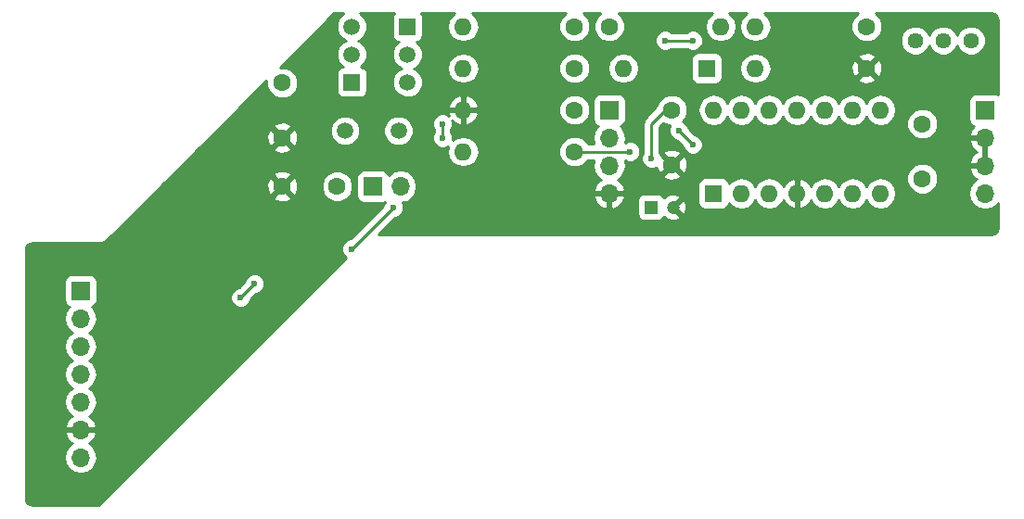
<source format=gbl>
G04 #@! TF.FileFunction,Copper,L2,Bot,Signal*
%FSLAX46Y46*%
G04 Gerber Fmt 4.6, Leading zero omitted, Abs format (unit mm)*
G04 Created by KiCad (PCBNEW 4.0.7) date 02/20/19 17:10:50*
%MOMM*%
%LPD*%
G01*
G04 APERTURE LIST*
%ADD10C,0.100000*%
%ADD11C,1.600000*%
%ADD12R,1.700000X1.700000*%
%ADD13O,1.700000X1.700000*%
%ADD14R,1.200000X1.200000*%
%ADD15C,1.200000*%
%ADD16R,1.600000X1.600000*%
%ADD17O,1.600000X1.600000*%
%ADD18C,1.520000*%
%ADD19R,1.520000X1.520000*%
%ADD20C,1.440000*%
%ADD21C,1.500000*%
%ADD22C,0.600000*%
%ADD23C,0.250000*%
%ADD24C,0.254000*%
G04 APERTURE END LIST*
D10*
D11*
X112395000Y-53975000D03*
X112395000Y-58975000D03*
D12*
X58420000Y-70485000D03*
D13*
X58420000Y-73025000D03*
X58420000Y-75565000D03*
X58420000Y-78105000D03*
X58420000Y-80645000D03*
X58420000Y-83185000D03*
X58420000Y-85725000D03*
D11*
X135255000Y-55245000D03*
X135255000Y-60245000D03*
X76835000Y-56515000D03*
X76835000Y-51515000D03*
X76835000Y-60960000D03*
X81835000Y-60960000D03*
D14*
X110490000Y-62865000D03*
D15*
X112490000Y-62865000D03*
D16*
X115570000Y-50165000D03*
D17*
X107950000Y-50165000D03*
D12*
X106680000Y-53975000D03*
D13*
X106680000Y-56515000D03*
X106680000Y-59055000D03*
X106680000Y-61595000D03*
D12*
X140970000Y-53975000D03*
D13*
X140970000Y-56515000D03*
X140970000Y-59055000D03*
X140970000Y-61595000D03*
D18*
X88265000Y-48895000D03*
X88265000Y-51435000D03*
D19*
X88265000Y-46355000D03*
D18*
X83185000Y-48895000D03*
X83185000Y-46355000D03*
D19*
X83185000Y-51435000D03*
D11*
X106680000Y-46355000D03*
D17*
X116840000Y-46355000D03*
D11*
X103505000Y-57785000D03*
D17*
X93345000Y-57785000D03*
D11*
X103505000Y-46355000D03*
D17*
X93345000Y-46355000D03*
D11*
X103505000Y-50165000D03*
D17*
X93345000Y-50165000D03*
D11*
X103505000Y-53975000D03*
D17*
X93345000Y-53975000D03*
D11*
X130175000Y-50165000D03*
D17*
X120015000Y-50165000D03*
D11*
X130175000Y-46355000D03*
D17*
X120015000Y-46355000D03*
D20*
X139700000Y-47625000D03*
X137160000Y-47625000D03*
X134620000Y-47625000D03*
D16*
X116205000Y-61595000D03*
D17*
X131445000Y-53975000D03*
X118745000Y-61595000D03*
X128905000Y-53975000D03*
X121285000Y-61595000D03*
X126365000Y-53975000D03*
X123825000Y-61595000D03*
X123825000Y-53975000D03*
X126365000Y-61595000D03*
X121285000Y-53975000D03*
X128905000Y-61595000D03*
X118745000Y-53975000D03*
X131445000Y-61595000D03*
X116205000Y-53975000D03*
D21*
X82550000Y-55880000D03*
X87430000Y-55880000D03*
D12*
X85090000Y-60960000D03*
D13*
X87630000Y-60960000D03*
D22*
X110490000Y-58420000D03*
X91440000Y-56515000D03*
X91440000Y-55245000D03*
X114300000Y-57150000D03*
X113030000Y-55880000D03*
X73025000Y-71120000D03*
X74295000Y-69850000D03*
X86995000Y-62865000D03*
X83185000Y-66675000D03*
X108585000Y-57785000D03*
X114300000Y-47625000D03*
X111760000Y-47625000D03*
D23*
X110490000Y-55245000D02*
X111760000Y-53975000D01*
X110490000Y-58420000D02*
X110490000Y-55245000D01*
X111760000Y-53975000D02*
X112395000Y-53975000D01*
X91440000Y-55245000D02*
X91440000Y-56515000D01*
X113030000Y-55880000D02*
X114300000Y-57150000D01*
X74295000Y-69850000D02*
X73025000Y-71120000D01*
X83185000Y-66675000D02*
X86995000Y-62865000D01*
X103505000Y-57785000D02*
X108585000Y-57785000D01*
X111760000Y-47625000D02*
X114300000Y-47625000D01*
D24*
G36*
X82395828Y-45171687D02*
X82003066Y-45563764D01*
X81790242Y-46076300D01*
X81789758Y-46631265D01*
X82001687Y-47144172D01*
X82393764Y-47536934D01*
X82605738Y-47624954D01*
X82395828Y-47711687D01*
X82003066Y-48103764D01*
X81790242Y-48616300D01*
X81789758Y-49171265D01*
X82001687Y-49684172D01*
X82357210Y-50040316D01*
X82189683Y-50071838D01*
X81973559Y-50210910D01*
X81828569Y-50423110D01*
X81777560Y-50675000D01*
X81777560Y-52195000D01*
X81821838Y-52430317D01*
X81960910Y-52646441D01*
X82173110Y-52791431D01*
X82425000Y-52842440D01*
X83945000Y-52842440D01*
X84180317Y-52798162D01*
X84396441Y-52659090D01*
X84541431Y-52446890D01*
X84592440Y-52195000D01*
X84592440Y-50675000D01*
X84548162Y-50439683D01*
X84409090Y-50223559D01*
X84196890Y-50078569D01*
X84011520Y-50041031D01*
X84366934Y-49686236D01*
X84579758Y-49173700D01*
X84580242Y-48618735D01*
X84368313Y-48105828D01*
X83976236Y-47713066D01*
X83764262Y-47625046D01*
X83974172Y-47538313D01*
X84366934Y-47146236D01*
X84579758Y-46633700D01*
X84580242Y-46078735D01*
X84368313Y-45565828D01*
X83976236Y-45173066D01*
X83944770Y-45160000D01*
X87033683Y-45160000D01*
X86908569Y-45343110D01*
X86857560Y-45595000D01*
X86857560Y-47115000D01*
X86901838Y-47350317D01*
X87040910Y-47566441D01*
X87253110Y-47711431D01*
X87438480Y-47748969D01*
X87083066Y-48103764D01*
X86870242Y-48616300D01*
X86869758Y-49171265D01*
X87081687Y-49684172D01*
X87473764Y-50076934D01*
X87685738Y-50164954D01*
X87475828Y-50251687D01*
X87083066Y-50643764D01*
X86870242Y-51156300D01*
X86869758Y-51711265D01*
X87081687Y-52224172D01*
X87473764Y-52616934D01*
X87986300Y-52829758D01*
X88541265Y-52830242D01*
X89054172Y-52618313D01*
X89446934Y-52226236D01*
X89659758Y-51713700D01*
X89660242Y-51158735D01*
X89448313Y-50645828D01*
X89056236Y-50253066D01*
X88844262Y-50165046D01*
X88844373Y-50165000D01*
X91881887Y-50165000D01*
X91991120Y-50714151D01*
X92302189Y-51179698D01*
X92767736Y-51490767D01*
X93316887Y-51600000D01*
X93373113Y-51600000D01*
X93922264Y-51490767D01*
X94387811Y-51179698D01*
X94698880Y-50714151D01*
X94751584Y-50449187D01*
X102069752Y-50449187D01*
X102287757Y-50976800D01*
X102691077Y-51380824D01*
X103218309Y-51599750D01*
X103789187Y-51600248D01*
X104316800Y-51382243D01*
X104720824Y-50978923D01*
X104939750Y-50451691D01*
X104940000Y-50165000D01*
X106486887Y-50165000D01*
X106596120Y-50714151D01*
X106907189Y-51179698D01*
X107372736Y-51490767D01*
X107921887Y-51600000D01*
X107978113Y-51600000D01*
X108527264Y-51490767D01*
X108992811Y-51179698D01*
X109303880Y-50714151D01*
X109413113Y-50165000D01*
X109303880Y-49615849D01*
X109136268Y-49365000D01*
X114122560Y-49365000D01*
X114122560Y-50965000D01*
X114166838Y-51200317D01*
X114305910Y-51416441D01*
X114518110Y-51561431D01*
X114770000Y-51612440D01*
X116370000Y-51612440D01*
X116605317Y-51568162D01*
X116821441Y-51429090D01*
X116966431Y-51216890D01*
X117017440Y-50965000D01*
X117017440Y-50165000D01*
X118551887Y-50165000D01*
X118661120Y-50714151D01*
X118972189Y-51179698D01*
X119437736Y-51490767D01*
X119986887Y-51600000D01*
X120043113Y-51600000D01*
X120592264Y-51490767D01*
X121057811Y-51179698D01*
X121062456Y-51172745D01*
X129346861Y-51172745D01*
X129420995Y-51418864D01*
X129958223Y-51611965D01*
X130528454Y-51584778D01*
X130929005Y-51418864D01*
X131003139Y-51172745D01*
X130175000Y-50344605D01*
X129346861Y-51172745D01*
X121062456Y-51172745D01*
X121368880Y-50714151D01*
X121478113Y-50165000D01*
X121434994Y-49948223D01*
X128728035Y-49948223D01*
X128755222Y-50518454D01*
X128921136Y-50919005D01*
X129167255Y-50993139D01*
X129995395Y-50165000D01*
X130354605Y-50165000D01*
X131182745Y-50993139D01*
X131428864Y-50919005D01*
X131621965Y-50381777D01*
X131594778Y-49811546D01*
X131428864Y-49410995D01*
X131182745Y-49336861D01*
X130354605Y-50165000D01*
X129995395Y-50165000D01*
X129167255Y-49336861D01*
X128921136Y-49410995D01*
X128728035Y-49948223D01*
X121434994Y-49948223D01*
X121368880Y-49615849D01*
X121062457Y-49157255D01*
X129346861Y-49157255D01*
X130175000Y-49985395D01*
X131003139Y-49157255D01*
X130929005Y-48911136D01*
X130391777Y-48718035D01*
X129821546Y-48745222D01*
X129420995Y-48911136D01*
X129346861Y-49157255D01*
X121062457Y-49157255D01*
X121057811Y-49150302D01*
X120592264Y-48839233D01*
X120043113Y-48730000D01*
X119986887Y-48730000D01*
X119437736Y-48839233D01*
X118972189Y-49150302D01*
X118661120Y-49615849D01*
X118551887Y-50165000D01*
X117017440Y-50165000D01*
X117017440Y-49365000D01*
X116973162Y-49129683D01*
X116834090Y-48913559D01*
X116621890Y-48768569D01*
X116370000Y-48717560D01*
X114770000Y-48717560D01*
X114534683Y-48761838D01*
X114318559Y-48900910D01*
X114173569Y-49113110D01*
X114122560Y-49365000D01*
X109136268Y-49365000D01*
X108992811Y-49150302D01*
X108527264Y-48839233D01*
X107978113Y-48730000D01*
X107921887Y-48730000D01*
X107372736Y-48839233D01*
X106907189Y-49150302D01*
X106596120Y-49615849D01*
X106486887Y-50165000D01*
X104940000Y-50165000D01*
X104940248Y-49880813D01*
X104722243Y-49353200D01*
X104318923Y-48949176D01*
X103791691Y-48730250D01*
X103220813Y-48729752D01*
X102693200Y-48947757D01*
X102289176Y-49351077D01*
X102070250Y-49878309D01*
X102069752Y-50449187D01*
X94751584Y-50449187D01*
X94808113Y-50165000D01*
X94698880Y-49615849D01*
X94387811Y-49150302D01*
X93922264Y-48839233D01*
X93373113Y-48730000D01*
X93316887Y-48730000D01*
X92767736Y-48839233D01*
X92302189Y-49150302D01*
X91991120Y-49615849D01*
X91881887Y-50165000D01*
X88844373Y-50165000D01*
X89054172Y-50078313D01*
X89446934Y-49686236D01*
X89659758Y-49173700D01*
X89660242Y-48618735D01*
X89448313Y-48105828D01*
X89153168Y-47810167D01*
X110824838Y-47810167D01*
X110966883Y-48153943D01*
X111229673Y-48417192D01*
X111573201Y-48559838D01*
X111945167Y-48560162D01*
X112288943Y-48418117D01*
X112322118Y-48385000D01*
X113737537Y-48385000D01*
X113769673Y-48417192D01*
X114113201Y-48559838D01*
X114485167Y-48560162D01*
X114828943Y-48418117D01*
X115092192Y-48155327D01*
X115200977Y-47893344D01*
X133264765Y-47893344D01*
X133470617Y-48391543D01*
X133851452Y-48773043D01*
X134349291Y-48979764D01*
X134888344Y-48980235D01*
X135386543Y-48774383D01*
X135768043Y-48393548D01*
X135890045Y-48099736D01*
X136010617Y-48391543D01*
X136391452Y-48773043D01*
X136889291Y-48979764D01*
X137428344Y-48980235D01*
X137926543Y-48774383D01*
X138308043Y-48393548D01*
X138430045Y-48099736D01*
X138550617Y-48391543D01*
X138931452Y-48773043D01*
X139429291Y-48979764D01*
X139968344Y-48980235D01*
X140466543Y-48774383D01*
X140848043Y-48393548D01*
X141054764Y-47895709D01*
X141055235Y-47356656D01*
X140849383Y-46858457D01*
X140468548Y-46476957D01*
X139970709Y-46270236D01*
X139431656Y-46269765D01*
X138933457Y-46475617D01*
X138551957Y-46856452D01*
X138429955Y-47150264D01*
X138309383Y-46858457D01*
X137928548Y-46476957D01*
X137430709Y-46270236D01*
X136891656Y-46269765D01*
X136393457Y-46475617D01*
X136011957Y-46856452D01*
X135889955Y-47150264D01*
X135769383Y-46858457D01*
X135388548Y-46476957D01*
X134890709Y-46270236D01*
X134351656Y-46269765D01*
X133853457Y-46475617D01*
X133471957Y-46856452D01*
X133265236Y-47354291D01*
X133264765Y-47893344D01*
X115200977Y-47893344D01*
X115234838Y-47811799D01*
X115235162Y-47439833D01*
X115093117Y-47096057D01*
X114830327Y-46832808D01*
X114486799Y-46690162D01*
X114114833Y-46689838D01*
X113771057Y-46831883D01*
X113737882Y-46865000D01*
X112322463Y-46865000D01*
X112290327Y-46832808D01*
X111946799Y-46690162D01*
X111574833Y-46689838D01*
X111231057Y-46831883D01*
X110967808Y-47094673D01*
X110825162Y-47438201D01*
X110824838Y-47810167D01*
X89153168Y-47810167D01*
X89092790Y-47749684D01*
X89260317Y-47718162D01*
X89476441Y-47579090D01*
X89621431Y-47366890D01*
X89672440Y-47115000D01*
X89672440Y-45595000D01*
X89628162Y-45359683D01*
X89499669Y-45160000D01*
X92572030Y-45160000D01*
X92302189Y-45340302D01*
X91991120Y-45805849D01*
X91881887Y-46355000D01*
X91991120Y-46904151D01*
X92302189Y-47369698D01*
X92767736Y-47680767D01*
X93316887Y-47790000D01*
X93373113Y-47790000D01*
X93922264Y-47680767D01*
X94387811Y-47369698D01*
X94698880Y-46904151D01*
X94808113Y-46355000D01*
X94698880Y-45805849D01*
X94387811Y-45340302D01*
X94117970Y-45160000D01*
X102670918Y-45160000D01*
X102289176Y-45541077D01*
X102070250Y-46068309D01*
X102069752Y-46639187D01*
X102287757Y-47166800D01*
X102691077Y-47570824D01*
X103218309Y-47789750D01*
X103789187Y-47790248D01*
X104316800Y-47572243D01*
X104720824Y-47168923D01*
X104939750Y-46641691D01*
X104940248Y-46070813D01*
X104722243Y-45543200D01*
X104339711Y-45160000D01*
X105845918Y-45160000D01*
X105464176Y-45541077D01*
X105245250Y-46068309D01*
X105244752Y-46639187D01*
X105462757Y-47166800D01*
X105866077Y-47570824D01*
X106393309Y-47789750D01*
X106964187Y-47790248D01*
X107491800Y-47572243D01*
X107895824Y-47168923D01*
X108114750Y-46641691D01*
X108115248Y-46070813D01*
X107897243Y-45543200D01*
X107514711Y-45160000D01*
X116067030Y-45160000D01*
X115797189Y-45340302D01*
X115486120Y-45805849D01*
X115376887Y-46355000D01*
X115486120Y-46904151D01*
X115797189Y-47369698D01*
X116262736Y-47680767D01*
X116811887Y-47790000D01*
X116868113Y-47790000D01*
X117417264Y-47680767D01*
X117882811Y-47369698D01*
X118193880Y-46904151D01*
X118303113Y-46355000D01*
X118193880Y-45805849D01*
X117882811Y-45340302D01*
X117612970Y-45160000D01*
X119242030Y-45160000D01*
X118972189Y-45340302D01*
X118661120Y-45805849D01*
X118551887Y-46355000D01*
X118661120Y-46904151D01*
X118972189Y-47369698D01*
X119437736Y-47680767D01*
X119986887Y-47790000D01*
X120043113Y-47790000D01*
X120592264Y-47680767D01*
X121057811Y-47369698D01*
X121368880Y-46904151D01*
X121478113Y-46355000D01*
X121368880Y-45805849D01*
X121057811Y-45340302D01*
X120787970Y-45160000D01*
X129340918Y-45160000D01*
X128959176Y-45541077D01*
X128740250Y-46068309D01*
X128739752Y-46639187D01*
X128957757Y-47166800D01*
X129361077Y-47570824D01*
X129888309Y-47789750D01*
X130459187Y-47790248D01*
X130986800Y-47572243D01*
X131390824Y-47168923D01*
X131609750Y-46641691D01*
X131610248Y-46070813D01*
X131392243Y-45543200D01*
X131009711Y-45160000D01*
X141535070Y-45160000D01*
X141813979Y-45215478D01*
X141991145Y-45333856D01*
X142109521Y-45511019D01*
X142165000Y-45789931D01*
X142165000Y-52592188D01*
X142071890Y-52528569D01*
X141820000Y-52477560D01*
X140120000Y-52477560D01*
X139884683Y-52521838D01*
X139668559Y-52660910D01*
X139523569Y-52873110D01*
X139472560Y-53125000D01*
X139472560Y-54825000D01*
X139516838Y-55060317D01*
X139655910Y-55276441D01*
X139868110Y-55421431D01*
X139976107Y-55443301D01*
X139698355Y-55748076D01*
X139528524Y-56158110D01*
X139649845Y-56388000D01*
X140843000Y-56388000D01*
X140843000Y-56368000D01*
X141097000Y-56368000D01*
X141097000Y-56388000D01*
X141117000Y-56388000D01*
X141117000Y-56642000D01*
X141097000Y-56642000D01*
X141097000Y-58928000D01*
X141117000Y-58928000D01*
X141117000Y-59182000D01*
X141097000Y-59182000D01*
X141097000Y-59202000D01*
X140843000Y-59202000D01*
X140843000Y-59182000D01*
X139649845Y-59182000D01*
X139528524Y-59411890D01*
X139698355Y-59821924D01*
X140088642Y-60250183D01*
X140231553Y-60317298D01*
X139890853Y-60544946D01*
X139568946Y-61026715D01*
X139455907Y-61595000D01*
X139568946Y-62163285D01*
X139890853Y-62645054D01*
X140372622Y-62966961D01*
X140940907Y-63080000D01*
X140999093Y-63080000D01*
X141567378Y-62966961D01*
X142049147Y-62645054D01*
X142165000Y-62471667D01*
X142165000Y-64700069D01*
X142109521Y-64978981D01*
X141991145Y-65156144D01*
X141813979Y-65274522D01*
X141535070Y-65330000D01*
X85604802Y-65330000D01*
X87134680Y-63800122D01*
X87180167Y-63800162D01*
X87523943Y-63658117D01*
X87787192Y-63395327D01*
X87929838Y-63051799D01*
X87930162Y-62679833D01*
X87828812Y-62434547D01*
X88198285Y-62361054D01*
X88680054Y-62039147D01*
X88738357Y-61951890D01*
X105238524Y-61951890D01*
X105408355Y-62361924D01*
X105798642Y-62790183D01*
X106323108Y-63036486D01*
X106553000Y-62915819D01*
X106553000Y-61722000D01*
X106807000Y-61722000D01*
X106807000Y-62915819D01*
X107036892Y-63036486D01*
X107561358Y-62790183D01*
X107951645Y-62361924D01*
X107991789Y-62265000D01*
X109242560Y-62265000D01*
X109242560Y-63465000D01*
X109286838Y-63700317D01*
X109425910Y-63916441D01*
X109638110Y-64061431D01*
X109890000Y-64112440D01*
X111090000Y-64112440D01*
X111325317Y-64068162D01*
X111541441Y-63929090D01*
X111636993Y-63789245D01*
X111691178Y-63843430D01*
X111806871Y-63727737D01*
X111856383Y-63953164D01*
X112321036Y-64112807D01*
X112811413Y-64082482D01*
X113123617Y-63953164D01*
X113173130Y-63727735D01*
X112490000Y-63044605D01*
X112475858Y-63058748D01*
X112296253Y-62879143D01*
X112310395Y-62865000D01*
X112669605Y-62865000D01*
X113352735Y-63548130D01*
X113578164Y-63498617D01*
X113737807Y-63033964D01*
X113707482Y-62543587D01*
X113578164Y-62231383D01*
X113352735Y-62181870D01*
X112669605Y-62865000D01*
X112310395Y-62865000D01*
X112296253Y-62850858D01*
X112475858Y-62671253D01*
X112490000Y-62685395D01*
X113173130Y-62002265D01*
X113123617Y-61776836D01*
X112658964Y-61617193D01*
X112168587Y-61647518D01*
X111856383Y-61776836D01*
X111806871Y-62002263D01*
X111691178Y-61886570D01*
X111636351Y-61941397D01*
X111554090Y-61813559D01*
X111341890Y-61668569D01*
X111090000Y-61617560D01*
X109890000Y-61617560D01*
X109654683Y-61661838D01*
X109438559Y-61800910D01*
X109293569Y-62013110D01*
X109242560Y-62265000D01*
X107991789Y-62265000D01*
X108121476Y-61951890D01*
X108000155Y-61722000D01*
X106807000Y-61722000D01*
X106553000Y-61722000D01*
X105359845Y-61722000D01*
X105238524Y-61951890D01*
X88738357Y-61951890D01*
X89001961Y-61557378D01*
X89115000Y-60989093D01*
X89115000Y-60930907D01*
X89001961Y-60362622D01*
X88680054Y-59880853D01*
X88198285Y-59558946D01*
X87630000Y-59445907D01*
X87061715Y-59558946D01*
X86579946Y-59880853D01*
X86552150Y-59922452D01*
X86543162Y-59874683D01*
X86404090Y-59658559D01*
X86191890Y-59513569D01*
X85940000Y-59462560D01*
X84240000Y-59462560D01*
X84004683Y-59506838D01*
X83788559Y-59645910D01*
X83643569Y-59858110D01*
X83592560Y-60110000D01*
X83592560Y-61810000D01*
X83636838Y-62045317D01*
X83775910Y-62261441D01*
X83988110Y-62406431D01*
X84240000Y-62457440D01*
X85940000Y-62457440D01*
X86169784Y-62414203D01*
X86060162Y-62678201D01*
X86060121Y-62725077D01*
X83045320Y-65739878D01*
X82999833Y-65739838D01*
X82656057Y-65881883D01*
X82392808Y-66144673D01*
X82250162Y-66488201D01*
X82249838Y-66860167D01*
X82391883Y-67203943D01*
X82654673Y-67467192D01*
X82657530Y-67468378D01*
X60030908Y-90095000D01*
X54044931Y-90095000D01*
X53766019Y-90039521D01*
X53588856Y-89921145D01*
X53470478Y-89743979D01*
X53415000Y-89465070D01*
X53415000Y-85725000D01*
X56905907Y-85725000D01*
X57018946Y-86293285D01*
X57340853Y-86775054D01*
X57822622Y-87096961D01*
X58390907Y-87210000D01*
X58449093Y-87210000D01*
X59017378Y-87096961D01*
X59499147Y-86775054D01*
X59821054Y-86293285D01*
X59934093Y-85725000D01*
X59821054Y-85156715D01*
X59499147Y-84674946D01*
X59158447Y-84447298D01*
X59301358Y-84380183D01*
X59691645Y-83951924D01*
X59861476Y-83541890D01*
X59740155Y-83312000D01*
X58547000Y-83312000D01*
X58547000Y-83332000D01*
X58293000Y-83332000D01*
X58293000Y-83312000D01*
X57099845Y-83312000D01*
X56978524Y-83541890D01*
X57148355Y-83951924D01*
X57538642Y-84380183D01*
X57681553Y-84447298D01*
X57340853Y-84674946D01*
X57018946Y-85156715D01*
X56905907Y-85725000D01*
X53415000Y-85725000D01*
X53415000Y-73025000D01*
X56905907Y-73025000D01*
X57018946Y-73593285D01*
X57340853Y-74075054D01*
X57670026Y-74295000D01*
X57340853Y-74514946D01*
X57018946Y-74996715D01*
X56905907Y-75565000D01*
X57018946Y-76133285D01*
X57340853Y-76615054D01*
X57670026Y-76835000D01*
X57340853Y-77054946D01*
X57018946Y-77536715D01*
X56905907Y-78105000D01*
X57018946Y-78673285D01*
X57340853Y-79155054D01*
X57670026Y-79375000D01*
X57340853Y-79594946D01*
X57018946Y-80076715D01*
X56905907Y-80645000D01*
X57018946Y-81213285D01*
X57340853Y-81695054D01*
X57681553Y-81922702D01*
X57538642Y-81989817D01*
X57148355Y-82418076D01*
X56978524Y-82828110D01*
X57099845Y-83058000D01*
X58293000Y-83058000D01*
X58293000Y-83038000D01*
X58547000Y-83038000D01*
X58547000Y-83058000D01*
X59740155Y-83058000D01*
X59861476Y-82828110D01*
X59691645Y-82418076D01*
X59301358Y-81989817D01*
X59158447Y-81922702D01*
X59499147Y-81695054D01*
X59821054Y-81213285D01*
X59934093Y-80645000D01*
X59821054Y-80076715D01*
X59499147Y-79594946D01*
X59169974Y-79375000D01*
X59499147Y-79155054D01*
X59821054Y-78673285D01*
X59934093Y-78105000D01*
X59821054Y-77536715D01*
X59499147Y-77054946D01*
X59169974Y-76835000D01*
X59499147Y-76615054D01*
X59821054Y-76133285D01*
X59934093Y-75565000D01*
X59821054Y-74996715D01*
X59499147Y-74514946D01*
X59169974Y-74295000D01*
X59499147Y-74075054D01*
X59821054Y-73593285D01*
X59934093Y-73025000D01*
X59821054Y-72456715D01*
X59499147Y-71974946D01*
X59457548Y-71947150D01*
X59505317Y-71938162D01*
X59721441Y-71799090D01*
X59866431Y-71586890D01*
X59917440Y-71335000D01*
X59917440Y-71305167D01*
X72089838Y-71305167D01*
X72231883Y-71648943D01*
X72494673Y-71912192D01*
X72838201Y-72054838D01*
X73210167Y-72055162D01*
X73553943Y-71913117D01*
X73817192Y-71650327D01*
X73959838Y-71306799D01*
X73959879Y-71259923D01*
X74434680Y-70785122D01*
X74480167Y-70785162D01*
X74823943Y-70643117D01*
X75087192Y-70380327D01*
X75229838Y-70036799D01*
X75230162Y-69664833D01*
X75088117Y-69321057D01*
X74825327Y-69057808D01*
X74481799Y-68915162D01*
X74109833Y-68914838D01*
X73766057Y-69056883D01*
X73502808Y-69319673D01*
X73360162Y-69663201D01*
X73360121Y-69710077D01*
X72885320Y-70184878D01*
X72839833Y-70184838D01*
X72496057Y-70326883D01*
X72232808Y-70589673D01*
X72090162Y-70933201D01*
X72089838Y-71305167D01*
X59917440Y-71305167D01*
X59917440Y-69635000D01*
X59873162Y-69399683D01*
X59734090Y-69183559D01*
X59521890Y-69038569D01*
X59270000Y-68987560D01*
X57570000Y-68987560D01*
X57334683Y-69031838D01*
X57118559Y-69170910D01*
X56973569Y-69383110D01*
X56922560Y-69635000D01*
X56922560Y-71335000D01*
X56966838Y-71570317D01*
X57105910Y-71786441D01*
X57318110Y-71931431D01*
X57385541Y-71945086D01*
X57340853Y-71974946D01*
X57018946Y-72456715D01*
X56905907Y-73025000D01*
X53415000Y-73025000D01*
X53415000Y-66744930D01*
X53470478Y-66466021D01*
X53588856Y-66288855D01*
X53766019Y-66170479D01*
X54044931Y-66115000D01*
X60325000Y-66115000D01*
X60596705Y-66060954D01*
X60827046Y-65907046D01*
X64766347Y-61967745D01*
X76006861Y-61967745D01*
X76080995Y-62213864D01*
X76618223Y-62406965D01*
X77188454Y-62379778D01*
X77589005Y-62213864D01*
X77663139Y-61967745D01*
X76835000Y-61139605D01*
X76006861Y-61967745D01*
X64766347Y-61967745D01*
X65990869Y-60743223D01*
X75388035Y-60743223D01*
X75415222Y-61313454D01*
X75581136Y-61714005D01*
X75827255Y-61788139D01*
X76655395Y-60960000D01*
X77014605Y-60960000D01*
X77842745Y-61788139D01*
X78088864Y-61714005D01*
X78257735Y-61244187D01*
X80399752Y-61244187D01*
X80617757Y-61771800D01*
X81021077Y-62175824D01*
X81548309Y-62394750D01*
X82119187Y-62395248D01*
X82646800Y-62177243D01*
X83050824Y-61773923D01*
X83269750Y-61246691D01*
X83270248Y-60675813D01*
X83052243Y-60148200D01*
X82648923Y-59744176D01*
X82121691Y-59525250D01*
X81550813Y-59524752D01*
X81023200Y-59742757D01*
X80619176Y-60146077D01*
X80400250Y-60673309D01*
X80399752Y-61244187D01*
X78257735Y-61244187D01*
X78281965Y-61176777D01*
X78254778Y-60606546D01*
X78088864Y-60205995D01*
X77842745Y-60131861D01*
X77014605Y-60960000D01*
X76655395Y-60960000D01*
X75827255Y-60131861D01*
X75581136Y-60205995D01*
X75388035Y-60743223D01*
X65990869Y-60743223D01*
X66781837Y-59952255D01*
X76006861Y-59952255D01*
X76835000Y-60780395D01*
X77663139Y-59952255D01*
X77589005Y-59706136D01*
X77051777Y-59513035D01*
X76481546Y-59540222D01*
X76080995Y-59706136D01*
X76006861Y-59952255D01*
X66781837Y-59952255D01*
X69211347Y-57522745D01*
X76006861Y-57522745D01*
X76080995Y-57768864D01*
X76618223Y-57961965D01*
X77188454Y-57934778D01*
X77589005Y-57768864D01*
X77663139Y-57522745D01*
X76835000Y-56694605D01*
X76006861Y-57522745D01*
X69211347Y-57522745D01*
X70435869Y-56298223D01*
X75388035Y-56298223D01*
X75415222Y-56868454D01*
X75581136Y-57269005D01*
X75827255Y-57343139D01*
X76655395Y-56515000D01*
X77014605Y-56515000D01*
X77842745Y-57343139D01*
X78088864Y-57269005D01*
X78281965Y-56731777D01*
X78254778Y-56161546D01*
X78251771Y-56154285D01*
X81164760Y-56154285D01*
X81375169Y-56663515D01*
X81764436Y-57053461D01*
X82273298Y-57264759D01*
X82824285Y-57265240D01*
X83333515Y-57054831D01*
X83723461Y-56665564D01*
X83934759Y-56156702D01*
X83934761Y-56154285D01*
X86044760Y-56154285D01*
X86255169Y-56663515D01*
X86644436Y-57053461D01*
X87153298Y-57264759D01*
X87704285Y-57265240D01*
X88213515Y-57054831D01*
X88603461Y-56665564D01*
X88814759Y-56156702D01*
X88815240Y-55605715D01*
X88742706Y-55430167D01*
X90504838Y-55430167D01*
X90646883Y-55773943D01*
X90680000Y-55807118D01*
X90680000Y-55952537D01*
X90647808Y-55984673D01*
X90505162Y-56328201D01*
X90504838Y-56700167D01*
X90646883Y-57043943D01*
X90909673Y-57307192D01*
X91253201Y-57449838D01*
X91625167Y-57450162D01*
X91968943Y-57308117D01*
X91978678Y-57298399D01*
X91881887Y-57785000D01*
X91991120Y-58334151D01*
X92302189Y-58799698D01*
X92767736Y-59110767D01*
X93316887Y-59220000D01*
X93373113Y-59220000D01*
X93922264Y-59110767D01*
X94387811Y-58799698D01*
X94698880Y-58334151D01*
X94751584Y-58069187D01*
X102069752Y-58069187D01*
X102287757Y-58596800D01*
X102691077Y-59000824D01*
X103218309Y-59219750D01*
X103789187Y-59220248D01*
X104316800Y-59002243D01*
X104720824Y-58598923D01*
X104743215Y-58545000D01*
X105267352Y-58545000D01*
X105165907Y-59055000D01*
X105278946Y-59623285D01*
X105600853Y-60105054D01*
X105941553Y-60332702D01*
X105798642Y-60399817D01*
X105408355Y-60828076D01*
X105238524Y-61238110D01*
X105359845Y-61468000D01*
X106553000Y-61468000D01*
X106553000Y-61448000D01*
X106807000Y-61448000D01*
X106807000Y-61468000D01*
X108000155Y-61468000D01*
X108121476Y-61238110D01*
X107951645Y-60828076D01*
X107921502Y-60795000D01*
X114757560Y-60795000D01*
X114757560Y-62395000D01*
X114801838Y-62630317D01*
X114940910Y-62846441D01*
X115153110Y-62991431D01*
X115405000Y-63042440D01*
X117005000Y-63042440D01*
X117240317Y-62998162D01*
X117456441Y-62859090D01*
X117601431Y-62646890D01*
X117632815Y-62491911D01*
X117730302Y-62637811D01*
X118195849Y-62948880D01*
X118745000Y-63058113D01*
X119294151Y-62948880D01*
X119759698Y-62637811D01*
X120015000Y-62255725D01*
X120270302Y-62637811D01*
X120735849Y-62948880D01*
X121285000Y-63058113D01*
X121834151Y-62948880D01*
X122299698Y-62637811D01*
X122569986Y-62233297D01*
X122672611Y-62450134D01*
X123087577Y-62826041D01*
X123475961Y-62986904D01*
X123698000Y-62864915D01*
X123698000Y-61722000D01*
X123678000Y-61722000D01*
X123678000Y-61468000D01*
X123698000Y-61468000D01*
X123698000Y-60325085D01*
X123952000Y-60325085D01*
X123952000Y-61468000D01*
X123972000Y-61468000D01*
X123972000Y-61722000D01*
X123952000Y-61722000D01*
X123952000Y-62864915D01*
X124174039Y-62986904D01*
X124562423Y-62826041D01*
X124977389Y-62450134D01*
X125080014Y-62233297D01*
X125350302Y-62637811D01*
X125815849Y-62948880D01*
X126365000Y-63058113D01*
X126914151Y-62948880D01*
X127379698Y-62637811D01*
X127635000Y-62255725D01*
X127890302Y-62637811D01*
X128355849Y-62948880D01*
X128905000Y-63058113D01*
X129454151Y-62948880D01*
X129919698Y-62637811D01*
X130175000Y-62255725D01*
X130430302Y-62637811D01*
X130895849Y-62948880D01*
X131445000Y-63058113D01*
X131994151Y-62948880D01*
X132459698Y-62637811D01*
X132770767Y-62172264D01*
X132880000Y-61623113D01*
X132880000Y-61566887D01*
X132770767Y-61017736D01*
X132459698Y-60552189D01*
X132425274Y-60529187D01*
X133819752Y-60529187D01*
X134037757Y-61056800D01*
X134441077Y-61460824D01*
X134968309Y-61679750D01*
X135539187Y-61680248D01*
X136066800Y-61462243D01*
X136470824Y-61058923D01*
X136689750Y-60531691D01*
X136690248Y-59960813D01*
X136472243Y-59433200D01*
X136068923Y-59029176D01*
X135541691Y-58810250D01*
X134970813Y-58809752D01*
X134443200Y-59027757D01*
X134039176Y-59431077D01*
X133820250Y-59958309D01*
X133819752Y-60529187D01*
X132425274Y-60529187D01*
X131994151Y-60241120D01*
X131445000Y-60131887D01*
X130895849Y-60241120D01*
X130430302Y-60552189D01*
X130175000Y-60934275D01*
X129919698Y-60552189D01*
X129454151Y-60241120D01*
X128905000Y-60131887D01*
X128355849Y-60241120D01*
X127890302Y-60552189D01*
X127635000Y-60934275D01*
X127379698Y-60552189D01*
X126914151Y-60241120D01*
X126365000Y-60131887D01*
X125815849Y-60241120D01*
X125350302Y-60552189D01*
X125080014Y-60956703D01*
X124977389Y-60739866D01*
X124562423Y-60363959D01*
X124174039Y-60203096D01*
X123952000Y-60325085D01*
X123698000Y-60325085D01*
X123475961Y-60203096D01*
X123087577Y-60363959D01*
X122672611Y-60739866D01*
X122569986Y-60956703D01*
X122299698Y-60552189D01*
X121834151Y-60241120D01*
X121285000Y-60131887D01*
X120735849Y-60241120D01*
X120270302Y-60552189D01*
X120015000Y-60934275D01*
X119759698Y-60552189D01*
X119294151Y-60241120D01*
X118745000Y-60131887D01*
X118195849Y-60241120D01*
X117730302Y-60552189D01*
X117633899Y-60696465D01*
X117608162Y-60559683D01*
X117469090Y-60343559D01*
X117256890Y-60198569D01*
X117005000Y-60147560D01*
X115405000Y-60147560D01*
X115169683Y-60191838D01*
X114953559Y-60330910D01*
X114808569Y-60543110D01*
X114757560Y-60795000D01*
X107921502Y-60795000D01*
X107561358Y-60399817D01*
X107418447Y-60332702D01*
X107759147Y-60105054D01*
X107840871Y-59982745D01*
X111566861Y-59982745D01*
X111640995Y-60228864D01*
X112178223Y-60421965D01*
X112748454Y-60394778D01*
X113149005Y-60228864D01*
X113223139Y-59982745D01*
X112395000Y-59154605D01*
X111566861Y-59982745D01*
X107840871Y-59982745D01*
X108081054Y-59623285D01*
X108194093Y-59055000D01*
X108103046Y-58597279D01*
X108398201Y-58719838D01*
X108770167Y-58720162D01*
X109048476Y-58605167D01*
X109554838Y-58605167D01*
X109696883Y-58948943D01*
X109959673Y-59212192D01*
X110303201Y-59354838D01*
X110675167Y-59355162D01*
X110970674Y-59233061D01*
X110975222Y-59328454D01*
X111141136Y-59729005D01*
X111387255Y-59803139D01*
X112215395Y-58975000D01*
X112574605Y-58975000D01*
X113402745Y-59803139D01*
X113648864Y-59729005D01*
X113841965Y-59191777D01*
X113814778Y-58621546D01*
X113648864Y-58220995D01*
X113402745Y-58146861D01*
X112574605Y-58975000D01*
X112215395Y-58975000D01*
X111389910Y-58149516D01*
X111314602Y-57967255D01*
X111566861Y-57967255D01*
X112395000Y-58795395D01*
X113223139Y-57967255D01*
X113149005Y-57721136D01*
X112611777Y-57528035D01*
X112041546Y-57555222D01*
X111640995Y-57721136D01*
X111566861Y-57967255D01*
X111314602Y-57967255D01*
X111283117Y-57891057D01*
X111250000Y-57857882D01*
X111250000Y-55559802D01*
X111607858Y-55201944D01*
X112108309Y-55409750D01*
X112212824Y-55409841D01*
X112095162Y-55693201D01*
X112094838Y-56065167D01*
X112236883Y-56408943D01*
X112499673Y-56672192D01*
X112843201Y-56814838D01*
X112890077Y-56814879D01*
X113364878Y-57289680D01*
X113364838Y-57335167D01*
X113506883Y-57678943D01*
X113769673Y-57942192D01*
X114113201Y-58084838D01*
X114485167Y-58085162D01*
X114828943Y-57943117D01*
X115092192Y-57680327D01*
X115234838Y-57336799D01*
X115235162Y-56964833D01*
X115196759Y-56871890D01*
X139528524Y-56871890D01*
X139698355Y-57281924D01*
X140088642Y-57710183D01*
X140247954Y-57785000D01*
X140088642Y-57859817D01*
X139698355Y-58288076D01*
X139528524Y-58698110D01*
X139649845Y-58928000D01*
X140843000Y-58928000D01*
X140843000Y-56642000D01*
X139649845Y-56642000D01*
X139528524Y-56871890D01*
X115196759Y-56871890D01*
X115093117Y-56621057D01*
X114830327Y-56357808D01*
X114486799Y-56215162D01*
X114439923Y-56215121D01*
X113965122Y-55740320D01*
X113965162Y-55694833D01*
X113896719Y-55529187D01*
X133819752Y-55529187D01*
X134037757Y-56056800D01*
X134441077Y-56460824D01*
X134968309Y-56679750D01*
X135539187Y-56680248D01*
X136066800Y-56462243D01*
X136470824Y-56058923D01*
X136689750Y-55531691D01*
X136690248Y-54960813D01*
X136472243Y-54433200D01*
X136068923Y-54029176D01*
X135541691Y-53810250D01*
X134970813Y-53809752D01*
X134443200Y-54027757D01*
X134039176Y-54431077D01*
X133820250Y-54958309D01*
X133819752Y-55529187D01*
X113896719Y-55529187D01*
X113823117Y-55351057D01*
X113560327Y-55087808D01*
X113384539Y-55014814D01*
X113610824Y-54788923D01*
X113829750Y-54261691D01*
X113830024Y-53946887D01*
X114770000Y-53946887D01*
X114770000Y-54003113D01*
X114879233Y-54552264D01*
X115190302Y-55017811D01*
X115655849Y-55328880D01*
X116205000Y-55438113D01*
X116754151Y-55328880D01*
X117219698Y-55017811D01*
X117475000Y-54635725D01*
X117730302Y-55017811D01*
X118195849Y-55328880D01*
X118745000Y-55438113D01*
X119294151Y-55328880D01*
X119759698Y-55017811D01*
X120015000Y-54635725D01*
X120270302Y-55017811D01*
X120735849Y-55328880D01*
X121285000Y-55438113D01*
X121834151Y-55328880D01*
X122299698Y-55017811D01*
X122555000Y-54635725D01*
X122810302Y-55017811D01*
X123275849Y-55328880D01*
X123825000Y-55438113D01*
X124374151Y-55328880D01*
X124839698Y-55017811D01*
X125095000Y-54635725D01*
X125350302Y-55017811D01*
X125815849Y-55328880D01*
X126365000Y-55438113D01*
X126914151Y-55328880D01*
X127379698Y-55017811D01*
X127635000Y-54635725D01*
X127890302Y-55017811D01*
X128355849Y-55328880D01*
X128905000Y-55438113D01*
X129454151Y-55328880D01*
X129919698Y-55017811D01*
X130175000Y-54635725D01*
X130430302Y-55017811D01*
X130895849Y-55328880D01*
X131445000Y-55438113D01*
X131994151Y-55328880D01*
X132459698Y-55017811D01*
X132770767Y-54552264D01*
X132880000Y-54003113D01*
X132880000Y-53946887D01*
X132770767Y-53397736D01*
X132459698Y-52932189D01*
X131994151Y-52621120D01*
X131445000Y-52511887D01*
X130895849Y-52621120D01*
X130430302Y-52932189D01*
X130175000Y-53314275D01*
X129919698Y-52932189D01*
X129454151Y-52621120D01*
X128905000Y-52511887D01*
X128355849Y-52621120D01*
X127890302Y-52932189D01*
X127635000Y-53314275D01*
X127379698Y-52932189D01*
X126914151Y-52621120D01*
X126365000Y-52511887D01*
X125815849Y-52621120D01*
X125350302Y-52932189D01*
X125095000Y-53314275D01*
X124839698Y-52932189D01*
X124374151Y-52621120D01*
X123825000Y-52511887D01*
X123275849Y-52621120D01*
X122810302Y-52932189D01*
X122555000Y-53314275D01*
X122299698Y-52932189D01*
X121834151Y-52621120D01*
X121285000Y-52511887D01*
X120735849Y-52621120D01*
X120270302Y-52932189D01*
X120015000Y-53314275D01*
X119759698Y-52932189D01*
X119294151Y-52621120D01*
X118745000Y-52511887D01*
X118195849Y-52621120D01*
X117730302Y-52932189D01*
X117475000Y-53314275D01*
X117219698Y-52932189D01*
X116754151Y-52621120D01*
X116205000Y-52511887D01*
X115655849Y-52621120D01*
X115190302Y-52932189D01*
X114879233Y-53397736D01*
X114770000Y-53946887D01*
X113830024Y-53946887D01*
X113830248Y-53690813D01*
X113612243Y-53163200D01*
X113208923Y-52759176D01*
X112681691Y-52540250D01*
X112110813Y-52539752D01*
X111583200Y-52757757D01*
X111179176Y-53161077D01*
X110960250Y-53688309D01*
X110960240Y-53699958D01*
X109952599Y-54707599D01*
X109787852Y-54954161D01*
X109730000Y-55245000D01*
X109730000Y-57857537D01*
X109697808Y-57889673D01*
X109555162Y-58233201D01*
X109554838Y-58605167D01*
X109048476Y-58605167D01*
X109113943Y-58578117D01*
X109377192Y-58315327D01*
X109519838Y-57971799D01*
X109520162Y-57599833D01*
X109378117Y-57256057D01*
X109115327Y-56992808D01*
X108771799Y-56850162D01*
X108399833Y-56849838D01*
X108103102Y-56972445D01*
X108194093Y-56515000D01*
X108081054Y-55946715D01*
X107759147Y-55464946D01*
X107717548Y-55437150D01*
X107765317Y-55428162D01*
X107981441Y-55289090D01*
X108126431Y-55076890D01*
X108177440Y-54825000D01*
X108177440Y-53125000D01*
X108133162Y-52889683D01*
X107994090Y-52673559D01*
X107781890Y-52528569D01*
X107530000Y-52477560D01*
X105830000Y-52477560D01*
X105594683Y-52521838D01*
X105378559Y-52660910D01*
X105233569Y-52873110D01*
X105182560Y-53125000D01*
X105182560Y-54825000D01*
X105226838Y-55060317D01*
X105365910Y-55276441D01*
X105578110Y-55421431D01*
X105645541Y-55435086D01*
X105600853Y-55464946D01*
X105278946Y-55946715D01*
X105165907Y-56515000D01*
X105267352Y-57025000D01*
X104743646Y-57025000D01*
X104722243Y-56973200D01*
X104318923Y-56569176D01*
X103791691Y-56350250D01*
X103220813Y-56349752D01*
X102693200Y-56567757D01*
X102289176Y-56971077D01*
X102070250Y-57498309D01*
X102069752Y-58069187D01*
X94751584Y-58069187D01*
X94808113Y-57785000D01*
X94698880Y-57235849D01*
X94387811Y-56770302D01*
X93922264Y-56459233D01*
X93373113Y-56350000D01*
X93316887Y-56350000D01*
X92767736Y-56459233D01*
X92363367Y-56729424D01*
X92374838Y-56701799D01*
X92375162Y-56329833D01*
X92233117Y-55986057D01*
X92200000Y-55952882D01*
X92200000Y-55807463D01*
X92232192Y-55775327D01*
X92374838Y-55431799D01*
X92375162Y-55059833D01*
X92330288Y-54951230D01*
X92489866Y-55127389D01*
X92995959Y-55366914D01*
X93218000Y-55245629D01*
X93218000Y-54102000D01*
X93472000Y-54102000D01*
X93472000Y-55245629D01*
X93694041Y-55366914D01*
X94200134Y-55127389D01*
X94576041Y-54712423D01*
X94736904Y-54324039D01*
X94701275Y-54259187D01*
X102069752Y-54259187D01*
X102287757Y-54786800D01*
X102691077Y-55190824D01*
X103218309Y-55409750D01*
X103789187Y-55410248D01*
X104316800Y-55192243D01*
X104720824Y-54788923D01*
X104939750Y-54261691D01*
X104940248Y-53690813D01*
X104722243Y-53163200D01*
X104318923Y-52759176D01*
X103791691Y-52540250D01*
X103220813Y-52539752D01*
X102693200Y-52757757D01*
X102289176Y-53161077D01*
X102070250Y-53688309D01*
X102069752Y-54259187D01*
X94701275Y-54259187D01*
X94614915Y-54102000D01*
X93472000Y-54102000D01*
X93218000Y-54102000D01*
X92075085Y-54102000D01*
X91953096Y-54324039D01*
X92032032Y-54514621D01*
X91970327Y-54452808D01*
X91626799Y-54310162D01*
X91254833Y-54309838D01*
X90911057Y-54451883D01*
X90647808Y-54714673D01*
X90505162Y-55058201D01*
X90504838Y-55430167D01*
X88742706Y-55430167D01*
X88604831Y-55096485D01*
X88215564Y-54706539D01*
X87706702Y-54495241D01*
X87155715Y-54494760D01*
X86646485Y-54705169D01*
X86256539Y-55094436D01*
X86045241Y-55603298D01*
X86044760Y-56154285D01*
X83934761Y-56154285D01*
X83935240Y-55605715D01*
X83724831Y-55096485D01*
X83335564Y-54706539D01*
X82826702Y-54495241D01*
X82275715Y-54494760D01*
X81766485Y-54705169D01*
X81376539Y-55094436D01*
X81165241Y-55603298D01*
X81164760Y-56154285D01*
X78251771Y-56154285D01*
X78088864Y-55760995D01*
X77842745Y-55686861D01*
X77014605Y-56515000D01*
X76655395Y-56515000D01*
X75827255Y-55686861D01*
X75581136Y-55760995D01*
X75388035Y-56298223D01*
X70435869Y-56298223D01*
X71226837Y-55507255D01*
X76006861Y-55507255D01*
X76835000Y-56335395D01*
X77663139Y-55507255D01*
X77589005Y-55261136D01*
X77051777Y-55068035D01*
X76481546Y-55095222D01*
X76080995Y-55261136D01*
X76006861Y-55507255D01*
X71226837Y-55507255D01*
X73108131Y-53625961D01*
X91953096Y-53625961D01*
X92075085Y-53848000D01*
X93218000Y-53848000D01*
X93218000Y-52704371D01*
X93472000Y-52704371D01*
X93472000Y-53848000D01*
X94614915Y-53848000D01*
X94736904Y-53625961D01*
X94576041Y-53237577D01*
X94200134Y-52822611D01*
X93694041Y-52583086D01*
X93472000Y-52704371D01*
X93218000Y-52704371D01*
X92995959Y-52583086D01*
X92489866Y-52822611D01*
X92113959Y-53237577D01*
X91953096Y-53625961D01*
X73108131Y-53625961D01*
X75400158Y-51333934D01*
X75399752Y-51799187D01*
X75617757Y-52326800D01*
X76021077Y-52730824D01*
X76548309Y-52949750D01*
X77119187Y-52950248D01*
X77646800Y-52732243D01*
X78050824Y-52328923D01*
X78269750Y-51801691D01*
X78270248Y-51230813D01*
X78052243Y-50703200D01*
X77648923Y-50299176D01*
X77121691Y-50080250D01*
X76654250Y-50079842D01*
X81574092Y-45160000D01*
X82424113Y-45160000D01*
X82395828Y-45171687D01*
X82395828Y-45171687D01*
G37*
X82395828Y-45171687D02*
X82003066Y-45563764D01*
X81790242Y-46076300D01*
X81789758Y-46631265D01*
X82001687Y-47144172D01*
X82393764Y-47536934D01*
X82605738Y-47624954D01*
X82395828Y-47711687D01*
X82003066Y-48103764D01*
X81790242Y-48616300D01*
X81789758Y-49171265D01*
X82001687Y-49684172D01*
X82357210Y-50040316D01*
X82189683Y-50071838D01*
X81973559Y-50210910D01*
X81828569Y-50423110D01*
X81777560Y-50675000D01*
X81777560Y-52195000D01*
X81821838Y-52430317D01*
X81960910Y-52646441D01*
X82173110Y-52791431D01*
X82425000Y-52842440D01*
X83945000Y-52842440D01*
X84180317Y-52798162D01*
X84396441Y-52659090D01*
X84541431Y-52446890D01*
X84592440Y-52195000D01*
X84592440Y-50675000D01*
X84548162Y-50439683D01*
X84409090Y-50223559D01*
X84196890Y-50078569D01*
X84011520Y-50041031D01*
X84366934Y-49686236D01*
X84579758Y-49173700D01*
X84580242Y-48618735D01*
X84368313Y-48105828D01*
X83976236Y-47713066D01*
X83764262Y-47625046D01*
X83974172Y-47538313D01*
X84366934Y-47146236D01*
X84579758Y-46633700D01*
X84580242Y-46078735D01*
X84368313Y-45565828D01*
X83976236Y-45173066D01*
X83944770Y-45160000D01*
X87033683Y-45160000D01*
X86908569Y-45343110D01*
X86857560Y-45595000D01*
X86857560Y-47115000D01*
X86901838Y-47350317D01*
X87040910Y-47566441D01*
X87253110Y-47711431D01*
X87438480Y-47748969D01*
X87083066Y-48103764D01*
X86870242Y-48616300D01*
X86869758Y-49171265D01*
X87081687Y-49684172D01*
X87473764Y-50076934D01*
X87685738Y-50164954D01*
X87475828Y-50251687D01*
X87083066Y-50643764D01*
X86870242Y-51156300D01*
X86869758Y-51711265D01*
X87081687Y-52224172D01*
X87473764Y-52616934D01*
X87986300Y-52829758D01*
X88541265Y-52830242D01*
X89054172Y-52618313D01*
X89446934Y-52226236D01*
X89659758Y-51713700D01*
X89660242Y-51158735D01*
X89448313Y-50645828D01*
X89056236Y-50253066D01*
X88844262Y-50165046D01*
X88844373Y-50165000D01*
X91881887Y-50165000D01*
X91991120Y-50714151D01*
X92302189Y-51179698D01*
X92767736Y-51490767D01*
X93316887Y-51600000D01*
X93373113Y-51600000D01*
X93922264Y-51490767D01*
X94387811Y-51179698D01*
X94698880Y-50714151D01*
X94751584Y-50449187D01*
X102069752Y-50449187D01*
X102287757Y-50976800D01*
X102691077Y-51380824D01*
X103218309Y-51599750D01*
X103789187Y-51600248D01*
X104316800Y-51382243D01*
X104720824Y-50978923D01*
X104939750Y-50451691D01*
X104940000Y-50165000D01*
X106486887Y-50165000D01*
X106596120Y-50714151D01*
X106907189Y-51179698D01*
X107372736Y-51490767D01*
X107921887Y-51600000D01*
X107978113Y-51600000D01*
X108527264Y-51490767D01*
X108992811Y-51179698D01*
X109303880Y-50714151D01*
X109413113Y-50165000D01*
X109303880Y-49615849D01*
X109136268Y-49365000D01*
X114122560Y-49365000D01*
X114122560Y-50965000D01*
X114166838Y-51200317D01*
X114305910Y-51416441D01*
X114518110Y-51561431D01*
X114770000Y-51612440D01*
X116370000Y-51612440D01*
X116605317Y-51568162D01*
X116821441Y-51429090D01*
X116966431Y-51216890D01*
X117017440Y-50965000D01*
X117017440Y-50165000D01*
X118551887Y-50165000D01*
X118661120Y-50714151D01*
X118972189Y-51179698D01*
X119437736Y-51490767D01*
X119986887Y-51600000D01*
X120043113Y-51600000D01*
X120592264Y-51490767D01*
X121057811Y-51179698D01*
X121062456Y-51172745D01*
X129346861Y-51172745D01*
X129420995Y-51418864D01*
X129958223Y-51611965D01*
X130528454Y-51584778D01*
X130929005Y-51418864D01*
X131003139Y-51172745D01*
X130175000Y-50344605D01*
X129346861Y-51172745D01*
X121062456Y-51172745D01*
X121368880Y-50714151D01*
X121478113Y-50165000D01*
X121434994Y-49948223D01*
X128728035Y-49948223D01*
X128755222Y-50518454D01*
X128921136Y-50919005D01*
X129167255Y-50993139D01*
X129995395Y-50165000D01*
X130354605Y-50165000D01*
X131182745Y-50993139D01*
X131428864Y-50919005D01*
X131621965Y-50381777D01*
X131594778Y-49811546D01*
X131428864Y-49410995D01*
X131182745Y-49336861D01*
X130354605Y-50165000D01*
X129995395Y-50165000D01*
X129167255Y-49336861D01*
X128921136Y-49410995D01*
X128728035Y-49948223D01*
X121434994Y-49948223D01*
X121368880Y-49615849D01*
X121062457Y-49157255D01*
X129346861Y-49157255D01*
X130175000Y-49985395D01*
X131003139Y-49157255D01*
X130929005Y-48911136D01*
X130391777Y-48718035D01*
X129821546Y-48745222D01*
X129420995Y-48911136D01*
X129346861Y-49157255D01*
X121062457Y-49157255D01*
X121057811Y-49150302D01*
X120592264Y-48839233D01*
X120043113Y-48730000D01*
X119986887Y-48730000D01*
X119437736Y-48839233D01*
X118972189Y-49150302D01*
X118661120Y-49615849D01*
X118551887Y-50165000D01*
X117017440Y-50165000D01*
X117017440Y-49365000D01*
X116973162Y-49129683D01*
X116834090Y-48913559D01*
X116621890Y-48768569D01*
X116370000Y-48717560D01*
X114770000Y-48717560D01*
X114534683Y-48761838D01*
X114318559Y-48900910D01*
X114173569Y-49113110D01*
X114122560Y-49365000D01*
X109136268Y-49365000D01*
X108992811Y-49150302D01*
X108527264Y-48839233D01*
X107978113Y-48730000D01*
X107921887Y-48730000D01*
X107372736Y-48839233D01*
X106907189Y-49150302D01*
X106596120Y-49615849D01*
X106486887Y-50165000D01*
X104940000Y-50165000D01*
X104940248Y-49880813D01*
X104722243Y-49353200D01*
X104318923Y-48949176D01*
X103791691Y-48730250D01*
X103220813Y-48729752D01*
X102693200Y-48947757D01*
X102289176Y-49351077D01*
X102070250Y-49878309D01*
X102069752Y-50449187D01*
X94751584Y-50449187D01*
X94808113Y-50165000D01*
X94698880Y-49615849D01*
X94387811Y-49150302D01*
X93922264Y-48839233D01*
X93373113Y-48730000D01*
X93316887Y-48730000D01*
X92767736Y-48839233D01*
X92302189Y-49150302D01*
X91991120Y-49615849D01*
X91881887Y-50165000D01*
X88844373Y-50165000D01*
X89054172Y-50078313D01*
X89446934Y-49686236D01*
X89659758Y-49173700D01*
X89660242Y-48618735D01*
X89448313Y-48105828D01*
X89153168Y-47810167D01*
X110824838Y-47810167D01*
X110966883Y-48153943D01*
X111229673Y-48417192D01*
X111573201Y-48559838D01*
X111945167Y-48560162D01*
X112288943Y-48418117D01*
X112322118Y-48385000D01*
X113737537Y-48385000D01*
X113769673Y-48417192D01*
X114113201Y-48559838D01*
X114485167Y-48560162D01*
X114828943Y-48418117D01*
X115092192Y-48155327D01*
X115200977Y-47893344D01*
X133264765Y-47893344D01*
X133470617Y-48391543D01*
X133851452Y-48773043D01*
X134349291Y-48979764D01*
X134888344Y-48980235D01*
X135386543Y-48774383D01*
X135768043Y-48393548D01*
X135890045Y-48099736D01*
X136010617Y-48391543D01*
X136391452Y-48773043D01*
X136889291Y-48979764D01*
X137428344Y-48980235D01*
X137926543Y-48774383D01*
X138308043Y-48393548D01*
X138430045Y-48099736D01*
X138550617Y-48391543D01*
X138931452Y-48773043D01*
X139429291Y-48979764D01*
X139968344Y-48980235D01*
X140466543Y-48774383D01*
X140848043Y-48393548D01*
X141054764Y-47895709D01*
X141055235Y-47356656D01*
X140849383Y-46858457D01*
X140468548Y-46476957D01*
X139970709Y-46270236D01*
X139431656Y-46269765D01*
X138933457Y-46475617D01*
X138551957Y-46856452D01*
X138429955Y-47150264D01*
X138309383Y-46858457D01*
X137928548Y-46476957D01*
X137430709Y-46270236D01*
X136891656Y-46269765D01*
X136393457Y-46475617D01*
X136011957Y-46856452D01*
X135889955Y-47150264D01*
X135769383Y-46858457D01*
X135388548Y-46476957D01*
X134890709Y-46270236D01*
X134351656Y-46269765D01*
X133853457Y-46475617D01*
X133471957Y-46856452D01*
X133265236Y-47354291D01*
X133264765Y-47893344D01*
X115200977Y-47893344D01*
X115234838Y-47811799D01*
X115235162Y-47439833D01*
X115093117Y-47096057D01*
X114830327Y-46832808D01*
X114486799Y-46690162D01*
X114114833Y-46689838D01*
X113771057Y-46831883D01*
X113737882Y-46865000D01*
X112322463Y-46865000D01*
X112290327Y-46832808D01*
X111946799Y-46690162D01*
X111574833Y-46689838D01*
X111231057Y-46831883D01*
X110967808Y-47094673D01*
X110825162Y-47438201D01*
X110824838Y-47810167D01*
X89153168Y-47810167D01*
X89092790Y-47749684D01*
X89260317Y-47718162D01*
X89476441Y-47579090D01*
X89621431Y-47366890D01*
X89672440Y-47115000D01*
X89672440Y-45595000D01*
X89628162Y-45359683D01*
X89499669Y-45160000D01*
X92572030Y-45160000D01*
X92302189Y-45340302D01*
X91991120Y-45805849D01*
X91881887Y-46355000D01*
X91991120Y-46904151D01*
X92302189Y-47369698D01*
X92767736Y-47680767D01*
X93316887Y-47790000D01*
X93373113Y-47790000D01*
X93922264Y-47680767D01*
X94387811Y-47369698D01*
X94698880Y-46904151D01*
X94808113Y-46355000D01*
X94698880Y-45805849D01*
X94387811Y-45340302D01*
X94117970Y-45160000D01*
X102670918Y-45160000D01*
X102289176Y-45541077D01*
X102070250Y-46068309D01*
X102069752Y-46639187D01*
X102287757Y-47166800D01*
X102691077Y-47570824D01*
X103218309Y-47789750D01*
X103789187Y-47790248D01*
X104316800Y-47572243D01*
X104720824Y-47168923D01*
X104939750Y-46641691D01*
X104940248Y-46070813D01*
X104722243Y-45543200D01*
X104339711Y-45160000D01*
X105845918Y-45160000D01*
X105464176Y-45541077D01*
X105245250Y-46068309D01*
X105244752Y-46639187D01*
X105462757Y-47166800D01*
X105866077Y-47570824D01*
X106393309Y-47789750D01*
X106964187Y-47790248D01*
X107491800Y-47572243D01*
X107895824Y-47168923D01*
X108114750Y-46641691D01*
X108115248Y-46070813D01*
X107897243Y-45543200D01*
X107514711Y-45160000D01*
X116067030Y-45160000D01*
X115797189Y-45340302D01*
X115486120Y-45805849D01*
X115376887Y-46355000D01*
X115486120Y-46904151D01*
X115797189Y-47369698D01*
X116262736Y-47680767D01*
X116811887Y-47790000D01*
X116868113Y-47790000D01*
X117417264Y-47680767D01*
X117882811Y-47369698D01*
X118193880Y-46904151D01*
X118303113Y-46355000D01*
X118193880Y-45805849D01*
X117882811Y-45340302D01*
X117612970Y-45160000D01*
X119242030Y-45160000D01*
X118972189Y-45340302D01*
X118661120Y-45805849D01*
X118551887Y-46355000D01*
X118661120Y-46904151D01*
X118972189Y-47369698D01*
X119437736Y-47680767D01*
X119986887Y-47790000D01*
X120043113Y-47790000D01*
X120592264Y-47680767D01*
X121057811Y-47369698D01*
X121368880Y-46904151D01*
X121478113Y-46355000D01*
X121368880Y-45805849D01*
X121057811Y-45340302D01*
X120787970Y-45160000D01*
X129340918Y-45160000D01*
X128959176Y-45541077D01*
X128740250Y-46068309D01*
X128739752Y-46639187D01*
X128957757Y-47166800D01*
X129361077Y-47570824D01*
X129888309Y-47789750D01*
X130459187Y-47790248D01*
X130986800Y-47572243D01*
X131390824Y-47168923D01*
X131609750Y-46641691D01*
X131610248Y-46070813D01*
X131392243Y-45543200D01*
X131009711Y-45160000D01*
X141535070Y-45160000D01*
X141813979Y-45215478D01*
X141991145Y-45333856D01*
X142109521Y-45511019D01*
X142165000Y-45789931D01*
X142165000Y-52592188D01*
X142071890Y-52528569D01*
X141820000Y-52477560D01*
X140120000Y-52477560D01*
X139884683Y-52521838D01*
X139668559Y-52660910D01*
X139523569Y-52873110D01*
X139472560Y-53125000D01*
X139472560Y-54825000D01*
X139516838Y-55060317D01*
X139655910Y-55276441D01*
X139868110Y-55421431D01*
X139976107Y-55443301D01*
X139698355Y-55748076D01*
X139528524Y-56158110D01*
X139649845Y-56388000D01*
X140843000Y-56388000D01*
X140843000Y-56368000D01*
X141097000Y-56368000D01*
X141097000Y-56388000D01*
X141117000Y-56388000D01*
X141117000Y-56642000D01*
X141097000Y-56642000D01*
X141097000Y-58928000D01*
X141117000Y-58928000D01*
X141117000Y-59182000D01*
X141097000Y-59182000D01*
X141097000Y-59202000D01*
X140843000Y-59202000D01*
X140843000Y-59182000D01*
X139649845Y-59182000D01*
X139528524Y-59411890D01*
X139698355Y-59821924D01*
X140088642Y-60250183D01*
X140231553Y-60317298D01*
X139890853Y-60544946D01*
X139568946Y-61026715D01*
X139455907Y-61595000D01*
X139568946Y-62163285D01*
X139890853Y-62645054D01*
X140372622Y-62966961D01*
X140940907Y-63080000D01*
X140999093Y-63080000D01*
X141567378Y-62966961D01*
X142049147Y-62645054D01*
X142165000Y-62471667D01*
X142165000Y-64700069D01*
X142109521Y-64978981D01*
X141991145Y-65156144D01*
X141813979Y-65274522D01*
X141535070Y-65330000D01*
X85604802Y-65330000D01*
X87134680Y-63800122D01*
X87180167Y-63800162D01*
X87523943Y-63658117D01*
X87787192Y-63395327D01*
X87929838Y-63051799D01*
X87930162Y-62679833D01*
X87828812Y-62434547D01*
X88198285Y-62361054D01*
X88680054Y-62039147D01*
X88738357Y-61951890D01*
X105238524Y-61951890D01*
X105408355Y-62361924D01*
X105798642Y-62790183D01*
X106323108Y-63036486D01*
X106553000Y-62915819D01*
X106553000Y-61722000D01*
X106807000Y-61722000D01*
X106807000Y-62915819D01*
X107036892Y-63036486D01*
X107561358Y-62790183D01*
X107951645Y-62361924D01*
X107991789Y-62265000D01*
X109242560Y-62265000D01*
X109242560Y-63465000D01*
X109286838Y-63700317D01*
X109425910Y-63916441D01*
X109638110Y-64061431D01*
X109890000Y-64112440D01*
X111090000Y-64112440D01*
X111325317Y-64068162D01*
X111541441Y-63929090D01*
X111636993Y-63789245D01*
X111691178Y-63843430D01*
X111806871Y-63727737D01*
X111856383Y-63953164D01*
X112321036Y-64112807D01*
X112811413Y-64082482D01*
X113123617Y-63953164D01*
X113173130Y-63727735D01*
X112490000Y-63044605D01*
X112475858Y-63058748D01*
X112296253Y-62879143D01*
X112310395Y-62865000D01*
X112669605Y-62865000D01*
X113352735Y-63548130D01*
X113578164Y-63498617D01*
X113737807Y-63033964D01*
X113707482Y-62543587D01*
X113578164Y-62231383D01*
X113352735Y-62181870D01*
X112669605Y-62865000D01*
X112310395Y-62865000D01*
X112296253Y-62850858D01*
X112475858Y-62671253D01*
X112490000Y-62685395D01*
X113173130Y-62002265D01*
X113123617Y-61776836D01*
X112658964Y-61617193D01*
X112168587Y-61647518D01*
X111856383Y-61776836D01*
X111806871Y-62002263D01*
X111691178Y-61886570D01*
X111636351Y-61941397D01*
X111554090Y-61813559D01*
X111341890Y-61668569D01*
X111090000Y-61617560D01*
X109890000Y-61617560D01*
X109654683Y-61661838D01*
X109438559Y-61800910D01*
X109293569Y-62013110D01*
X109242560Y-62265000D01*
X107991789Y-62265000D01*
X108121476Y-61951890D01*
X108000155Y-61722000D01*
X106807000Y-61722000D01*
X106553000Y-61722000D01*
X105359845Y-61722000D01*
X105238524Y-61951890D01*
X88738357Y-61951890D01*
X89001961Y-61557378D01*
X89115000Y-60989093D01*
X89115000Y-60930907D01*
X89001961Y-60362622D01*
X88680054Y-59880853D01*
X88198285Y-59558946D01*
X87630000Y-59445907D01*
X87061715Y-59558946D01*
X86579946Y-59880853D01*
X86552150Y-59922452D01*
X86543162Y-59874683D01*
X86404090Y-59658559D01*
X86191890Y-59513569D01*
X85940000Y-59462560D01*
X84240000Y-59462560D01*
X84004683Y-59506838D01*
X83788559Y-59645910D01*
X83643569Y-59858110D01*
X83592560Y-60110000D01*
X83592560Y-61810000D01*
X83636838Y-62045317D01*
X83775910Y-62261441D01*
X83988110Y-62406431D01*
X84240000Y-62457440D01*
X85940000Y-62457440D01*
X86169784Y-62414203D01*
X86060162Y-62678201D01*
X86060121Y-62725077D01*
X83045320Y-65739878D01*
X82999833Y-65739838D01*
X82656057Y-65881883D01*
X82392808Y-66144673D01*
X82250162Y-66488201D01*
X82249838Y-66860167D01*
X82391883Y-67203943D01*
X82654673Y-67467192D01*
X82657530Y-67468378D01*
X60030908Y-90095000D01*
X54044931Y-90095000D01*
X53766019Y-90039521D01*
X53588856Y-89921145D01*
X53470478Y-89743979D01*
X53415000Y-89465070D01*
X53415000Y-85725000D01*
X56905907Y-85725000D01*
X57018946Y-86293285D01*
X57340853Y-86775054D01*
X57822622Y-87096961D01*
X58390907Y-87210000D01*
X58449093Y-87210000D01*
X59017378Y-87096961D01*
X59499147Y-86775054D01*
X59821054Y-86293285D01*
X59934093Y-85725000D01*
X59821054Y-85156715D01*
X59499147Y-84674946D01*
X59158447Y-84447298D01*
X59301358Y-84380183D01*
X59691645Y-83951924D01*
X59861476Y-83541890D01*
X59740155Y-83312000D01*
X58547000Y-83312000D01*
X58547000Y-83332000D01*
X58293000Y-83332000D01*
X58293000Y-83312000D01*
X57099845Y-83312000D01*
X56978524Y-83541890D01*
X57148355Y-83951924D01*
X57538642Y-84380183D01*
X57681553Y-84447298D01*
X57340853Y-84674946D01*
X57018946Y-85156715D01*
X56905907Y-85725000D01*
X53415000Y-85725000D01*
X53415000Y-73025000D01*
X56905907Y-73025000D01*
X57018946Y-73593285D01*
X57340853Y-74075054D01*
X57670026Y-74295000D01*
X57340853Y-74514946D01*
X57018946Y-74996715D01*
X56905907Y-75565000D01*
X57018946Y-76133285D01*
X57340853Y-76615054D01*
X57670026Y-76835000D01*
X57340853Y-77054946D01*
X57018946Y-77536715D01*
X56905907Y-78105000D01*
X57018946Y-78673285D01*
X57340853Y-79155054D01*
X57670026Y-79375000D01*
X57340853Y-79594946D01*
X57018946Y-80076715D01*
X56905907Y-80645000D01*
X57018946Y-81213285D01*
X57340853Y-81695054D01*
X57681553Y-81922702D01*
X57538642Y-81989817D01*
X57148355Y-82418076D01*
X56978524Y-82828110D01*
X57099845Y-83058000D01*
X58293000Y-83058000D01*
X58293000Y-83038000D01*
X58547000Y-83038000D01*
X58547000Y-83058000D01*
X59740155Y-83058000D01*
X59861476Y-82828110D01*
X59691645Y-82418076D01*
X59301358Y-81989817D01*
X59158447Y-81922702D01*
X59499147Y-81695054D01*
X59821054Y-81213285D01*
X59934093Y-80645000D01*
X59821054Y-80076715D01*
X59499147Y-79594946D01*
X59169974Y-79375000D01*
X59499147Y-79155054D01*
X59821054Y-78673285D01*
X59934093Y-78105000D01*
X59821054Y-77536715D01*
X59499147Y-77054946D01*
X59169974Y-76835000D01*
X59499147Y-76615054D01*
X59821054Y-76133285D01*
X59934093Y-75565000D01*
X59821054Y-74996715D01*
X59499147Y-74514946D01*
X59169974Y-74295000D01*
X59499147Y-74075054D01*
X59821054Y-73593285D01*
X59934093Y-73025000D01*
X59821054Y-72456715D01*
X59499147Y-71974946D01*
X59457548Y-71947150D01*
X59505317Y-71938162D01*
X59721441Y-71799090D01*
X59866431Y-71586890D01*
X59917440Y-71335000D01*
X59917440Y-71305167D01*
X72089838Y-71305167D01*
X72231883Y-71648943D01*
X72494673Y-71912192D01*
X72838201Y-72054838D01*
X73210167Y-72055162D01*
X73553943Y-71913117D01*
X73817192Y-71650327D01*
X73959838Y-71306799D01*
X73959879Y-71259923D01*
X74434680Y-70785122D01*
X74480167Y-70785162D01*
X74823943Y-70643117D01*
X75087192Y-70380327D01*
X75229838Y-70036799D01*
X75230162Y-69664833D01*
X75088117Y-69321057D01*
X74825327Y-69057808D01*
X74481799Y-68915162D01*
X74109833Y-68914838D01*
X73766057Y-69056883D01*
X73502808Y-69319673D01*
X73360162Y-69663201D01*
X73360121Y-69710077D01*
X72885320Y-70184878D01*
X72839833Y-70184838D01*
X72496057Y-70326883D01*
X72232808Y-70589673D01*
X72090162Y-70933201D01*
X72089838Y-71305167D01*
X59917440Y-71305167D01*
X59917440Y-69635000D01*
X59873162Y-69399683D01*
X59734090Y-69183559D01*
X59521890Y-69038569D01*
X59270000Y-68987560D01*
X57570000Y-68987560D01*
X57334683Y-69031838D01*
X57118559Y-69170910D01*
X56973569Y-69383110D01*
X56922560Y-69635000D01*
X56922560Y-71335000D01*
X56966838Y-71570317D01*
X57105910Y-71786441D01*
X57318110Y-71931431D01*
X57385541Y-71945086D01*
X57340853Y-71974946D01*
X57018946Y-72456715D01*
X56905907Y-73025000D01*
X53415000Y-73025000D01*
X53415000Y-66744930D01*
X53470478Y-66466021D01*
X53588856Y-66288855D01*
X53766019Y-66170479D01*
X54044931Y-66115000D01*
X60325000Y-66115000D01*
X60596705Y-66060954D01*
X60827046Y-65907046D01*
X64766347Y-61967745D01*
X76006861Y-61967745D01*
X76080995Y-62213864D01*
X76618223Y-62406965D01*
X77188454Y-62379778D01*
X77589005Y-62213864D01*
X77663139Y-61967745D01*
X76835000Y-61139605D01*
X76006861Y-61967745D01*
X64766347Y-61967745D01*
X65990869Y-60743223D01*
X75388035Y-60743223D01*
X75415222Y-61313454D01*
X75581136Y-61714005D01*
X75827255Y-61788139D01*
X76655395Y-60960000D01*
X77014605Y-60960000D01*
X77842745Y-61788139D01*
X78088864Y-61714005D01*
X78257735Y-61244187D01*
X80399752Y-61244187D01*
X80617757Y-61771800D01*
X81021077Y-62175824D01*
X81548309Y-62394750D01*
X82119187Y-62395248D01*
X82646800Y-62177243D01*
X83050824Y-61773923D01*
X83269750Y-61246691D01*
X83270248Y-60675813D01*
X83052243Y-60148200D01*
X82648923Y-59744176D01*
X82121691Y-59525250D01*
X81550813Y-59524752D01*
X81023200Y-59742757D01*
X80619176Y-60146077D01*
X80400250Y-60673309D01*
X80399752Y-61244187D01*
X78257735Y-61244187D01*
X78281965Y-61176777D01*
X78254778Y-60606546D01*
X78088864Y-60205995D01*
X77842745Y-60131861D01*
X77014605Y-60960000D01*
X76655395Y-60960000D01*
X75827255Y-60131861D01*
X75581136Y-60205995D01*
X75388035Y-60743223D01*
X65990869Y-60743223D01*
X66781837Y-59952255D01*
X76006861Y-59952255D01*
X76835000Y-60780395D01*
X77663139Y-59952255D01*
X77589005Y-59706136D01*
X77051777Y-59513035D01*
X76481546Y-59540222D01*
X76080995Y-59706136D01*
X76006861Y-59952255D01*
X66781837Y-59952255D01*
X69211347Y-57522745D01*
X76006861Y-57522745D01*
X76080995Y-57768864D01*
X76618223Y-57961965D01*
X77188454Y-57934778D01*
X77589005Y-57768864D01*
X77663139Y-57522745D01*
X76835000Y-56694605D01*
X76006861Y-57522745D01*
X69211347Y-57522745D01*
X70435869Y-56298223D01*
X75388035Y-56298223D01*
X75415222Y-56868454D01*
X75581136Y-57269005D01*
X75827255Y-57343139D01*
X76655395Y-56515000D01*
X77014605Y-56515000D01*
X77842745Y-57343139D01*
X78088864Y-57269005D01*
X78281965Y-56731777D01*
X78254778Y-56161546D01*
X78251771Y-56154285D01*
X81164760Y-56154285D01*
X81375169Y-56663515D01*
X81764436Y-57053461D01*
X82273298Y-57264759D01*
X82824285Y-57265240D01*
X83333515Y-57054831D01*
X83723461Y-56665564D01*
X83934759Y-56156702D01*
X83934761Y-56154285D01*
X86044760Y-56154285D01*
X86255169Y-56663515D01*
X86644436Y-57053461D01*
X87153298Y-57264759D01*
X87704285Y-57265240D01*
X88213515Y-57054831D01*
X88603461Y-56665564D01*
X88814759Y-56156702D01*
X88815240Y-55605715D01*
X88742706Y-55430167D01*
X90504838Y-55430167D01*
X90646883Y-55773943D01*
X90680000Y-55807118D01*
X90680000Y-55952537D01*
X90647808Y-55984673D01*
X90505162Y-56328201D01*
X90504838Y-56700167D01*
X90646883Y-57043943D01*
X90909673Y-57307192D01*
X91253201Y-57449838D01*
X91625167Y-57450162D01*
X91968943Y-57308117D01*
X91978678Y-57298399D01*
X91881887Y-57785000D01*
X91991120Y-58334151D01*
X92302189Y-58799698D01*
X92767736Y-59110767D01*
X93316887Y-59220000D01*
X93373113Y-59220000D01*
X93922264Y-59110767D01*
X94387811Y-58799698D01*
X94698880Y-58334151D01*
X94751584Y-58069187D01*
X102069752Y-58069187D01*
X102287757Y-58596800D01*
X102691077Y-59000824D01*
X103218309Y-59219750D01*
X103789187Y-59220248D01*
X104316800Y-59002243D01*
X104720824Y-58598923D01*
X104743215Y-58545000D01*
X105267352Y-58545000D01*
X105165907Y-59055000D01*
X105278946Y-59623285D01*
X105600853Y-60105054D01*
X105941553Y-60332702D01*
X105798642Y-60399817D01*
X105408355Y-60828076D01*
X105238524Y-61238110D01*
X105359845Y-61468000D01*
X106553000Y-61468000D01*
X106553000Y-61448000D01*
X106807000Y-61448000D01*
X106807000Y-61468000D01*
X108000155Y-61468000D01*
X108121476Y-61238110D01*
X107951645Y-60828076D01*
X107921502Y-60795000D01*
X114757560Y-60795000D01*
X114757560Y-62395000D01*
X114801838Y-62630317D01*
X114940910Y-62846441D01*
X115153110Y-62991431D01*
X115405000Y-63042440D01*
X117005000Y-63042440D01*
X117240317Y-62998162D01*
X117456441Y-62859090D01*
X117601431Y-62646890D01*
X117632815Y-62491911D01*
X117730302Y-62637811D01*
X118195849Y-62948880D01*
X118745000Y-63058113D01*
X119294151Y-62948880D01*
X119759698Y-62637811D01*
X120015000Y-62255725D01*
X120270302Y-62637811D01*
X120735849Y-62948880D01*
X121285000Y-63058113D01*
X121834151Y-62948880D01*
X122299698Y-62637811D01*
X122569986Y-62233297D01*
X122672611Y-62450134D01*
X123087577Y-62826041D01*
X123475961Y-62986904D01*
X123698000Y-62864915D01*
X123698000Y-61722000D01*
X123678000Y-61722000D01*
X123678000Y-61468000D01*
X123698000Y-61468000D01*
X123698000Y-60325085D01*
X123952000Y-60325085D01*
X123952000Y-61468000D01*
X123972000Y-61468000D01*
X123972000Y-61722000D01*
X123952000Y-61722000D01*
X123952000Y-62864915D01*
X124174039Y-62986904D01*
X124562423Y-62826041D01*
X124977389Y-62450134D01*
X125080014Y-62233297D01*
X125350302Y-62637811D01*
X125815849Y-62948880D01*
X126365000Y-63058113D01*
X126914151Y-62948880D01*
X127379698Y-62637811D01*
X127635000Y-62255725D01*
X127890302Y-62637811D01*
X128355849Y-62948880D01*
X128905000Y-63058113D01*
X129454151Y-62948880D01*
X129919698Y-62637811D01*
X130175000Y-62255725D01*
X130430302Y-62637811D01*
X130895849Y-62948880D01*
X131445000Y-63058113D01*
X131994151Y-62948880D01*
X132459698Y-62637811D01*
X132770767Y-62172264D01*
X132880000Y-61623113D01*
X132880000Y-61566887D01*
X132770767Y-61017736D01*
X132459698Y-60552189D01*
X132425274Y-60529187D01*
X133819752Y-60529187D01*
X134037757Y-61056800D01*
X134441077Y-61460824D01*
X134968309Y-61679750D01*
X135539187Y-61680248D01*
X136066800Y-61462243D01*
X136470824Y-61058923D01*
X136689750Y-60531691D01*
X136690248Y-59960813D01*
X136472243Y-59433200D01*
X136068923Y-59029176D01*
X135541691Y-58810250D01*
X134970813Y-58809752D01*
X134443200Y-59027757D01*
X134039176Y-59431077D01*
X133820250Y-59958309D01*
X133819752Y-60529187D01*
X132425274Y-60529187D01*
X131994151Y-60241120D01*
X131445000Y-60131887D01*
X130895849Y-60241120D01*
X130430302Y-60552189D01*
X130175000Y-60934275D01*
X129919698Y-60552189D01*
X129454151Y-60241120D01*
X128905000Y-60131887D01*
X128355849Y-60241120D01*
X127890302Y-60552189D01*
X127635000Y-60934275D01*
X127379698Y-60552189D01*
X126914151Y-60241120D01*
X126365000Y-60131887D01*
X125815849Y-60241120D01*
X125350302Y-60552189D01*
X125080014Y-60956703D01*
X124977389Y-60739866D01*
X124562423Y-60363959D01*
X124174039Y-60203096D01*
X123952000Y-60325085D01*
X123698000Y-60325085D01*
X123475961Y-60203096D01*
X123087577Y-60363959D01*
X122672611Y-60739866D01*
X122569986Y-60956703D01*
X122299698Y-60552189D01*
X121834151Y-60241120D01*
X121285000Y-60131887D01*
X120735849Y-60241120D01*
X120270302Y-60552189D01*
X120015000Y-60934275D01*
X119759698Y-60552189D01*
X119294151Y-60241120D01*
X118745000Y-60131887D01*
X118195849Y-60241120D01*
X117730302Y-60552189D01*
X117633899Y-60696465D01*
X117608162Y-60559683D01*
X117469090Y-60343559D01*
X117256890Y-60198569D01*
X117005000Y-60147560D01*
X115405000Y-60147560D01*
X115169683Y-60191838D01*
X114953559Y-60330910D01*
X114808569Y-60543110D01*
X114757560Y-60795000D01*
X107921502Y-60795000D01*
X107561358Y-60399817D01*
X107418447Y-60332702D01*
X107759147Y-60105054D01*
X107840871Y-59982745D01*
X111566861Y-59982745D01*
X111640995Y-60228864D01*
X112178223Y-60421965D01*
X112748454Y-60394778D01*
X113149005Y-60228864D01*
X113223139Y-59982745D01*
X112395000Y-59154605D01*
X111566861Y-59982745D01*
X107840871Y-59982745D01*
X108081054Y-59623285D01*
X108194093Y-59055000D01*
X108103046Y-58597279D01*
X108398201Y-58719838D01*
X108770167Y-58720162D01*
X109048476Y-58605167D01*
X109554838Y-58605167D01*
X109696883Y-58948943D01*
X109959673Y-59212192D01*
X110303201Y-59354838D01*
X110675167Y-59355162D01*
X110970674Y-59233061D01*
X110975222Y-59328454D01*
X111141136Y-59729005D01*
X111387255Y-59803139D01*
X112215395Y-58975000D01*
X112574605Y-58975000D01*
X113402745Y-59803139D01*
X113648864Y-59729005D01*
X113841965Y-59191777D01*
X113814778Y-58621546D01*
X113648864Y-58220995D01*
X113402745Y-58146861D01*
X112574605Y-58975000D01*
X112215395Y-58975000D01*
X111389910Y-58149516D01*
X111314602Y-57967255D01*
X111566861Y-57967255D01*
X112395000Y-58795395D01*
X113223139Y-57967255D01*
X113149005Y-57721136D01*
X112611777Y-57528035D01*
X112041546Y-57555222D01*
X111640995Y-57721136D01*
X111566861Y-57967255D01*
X111314602Y-57967255D01*
X111283117Y-57891057D01*
X111250000Y-57857882D01*
X111250000Y-55559802D01*
X111607858Y-55201944D01*
X112108309Y-55409750D01*
X112212824Y-55409841D01*
X112095162Y-55693201D01*
X112094838Y-56065167D01*
X112236883Y-56408943D01*
X112499673Y-56672192D01*
X112843201Y-56814838D01*
X112890077Y-56814879D01*
X113364878Y-57289680D01*
X113364838Y-57335167D01*
X113506883Y-57678943D01*
X113769673Y-57942192D01*
X114113201Y-58084838D01*
X114485167Y-58085162D01*
X114828943Y-57943117D01*
X115092192Y-57680327D01*
X115234838Y-57336799D01*
X115235162Y-56964833D01*
X115196759Y-56871890D01*
X139528524Y-56871890D01*
X139698355Y-57281924D01*
X140088642Y-57710183D01*
X140247954Y-57785000D01*
X140088642Y-57859817D01*
X139698355Y-58288076D01*
X139528524Y-58698110D01*
X139649845Y-58928000D01*
X140843000Y-58928000D01*
X140843000Y-56642000D01*
X139649845Y-56642000D01*
X139528524Y-56871890D01*
X115196759Y-56871890D01*
X115093117Y-56621057D01*
X114830327Y-56357808D01*
X114486799Y-56215162D01*
X114439923Y-56215121D01*
X113965122Y-55740320D01*
X113965162Y-55694833D01*
X113896719Y-55529187D01*
X133819752Y-55529187D01*
X134037757Y-56056800D01*
X134441077Y-56460824D01*
X134968309Y-56679750D01*
X135539187Y-56680248D01*
X136066800Y-56462243D01*
X136470824Y-56058923D01*
X136689750Y-55531691D01*
X136690248Y-54960813D01*
X136472243Y-54433200D01*
X136068923Y-54029176D01*
X135541691Y-53810250D01*
X134970813Y-53809752D01*
X134443200Y-54027757D01*
X134039176Y-54431077D01*
X133820250Y-54958309D01*
X133819752Y-55529187D01*
X113896719Y-55529187D01*
X113823117Y-55351057D01*
X113560327Y-55087808D01*
X113384539Y-55014814D01*
X113610824Y-54788923D01*
X113829750Y-54261691D01*
X113830024Y-53946887D01*
X114770000Y-53946887D01*
X114770000Y-54003113D01*
X114879233Y-54552264D01*
X115190302Y-55017811D01*
X115655849Y-55328880D01*
X116205000Y-55438113D01*
X116754151Y-55328880D01*
X117219698Y-55017811D01*
X117475000Y-54635725D01*
X117730302Y-55017811D01*
X118195849Y-55328880D01*
X118745000Y-55438113D01*
X119294151Y-55328880D01*
X119759698Y-55017811D01*
X120015000Y-54635725D01*
X120270302Y-55017811D01*
X120735849Y-55328880D01*
X121285000Y-55438113D01*
X121834151Y-55328880D01*
X122299698Y-55017811D01*
X122555000Y-54635725D01*
X122810302Y-55017811D01*
X123275849Y-55328880D01*
X123825000Y-55438113D01*
X124374151Y-55328880D01*
X124839698Y-55017811D01*
X125095000Y-54635725D01*
X125350302Y-55017811D01*
X125815849Y-55328880D01*
X126365000Y-55438113D01*
X126914151Y-55328880D01*
X127379698Y-55017811D01*
X127635000Y-54635725D01*
X127890302Y-55017811D01*
X128355849Y-55328880D01*
X128905000Y-55438113D01*
X129454151Y-55328880D01*
X129919698Y-55017811D01*
X130175000Y-54635725D01*
X130430302Y-55017811D01*
X130895849Y-55328880D01*
X131445000Y-55438113D01*
X131994151Y-55328880D01*
X132459698Y-55017811D01*
X132770767Y-54552264D01*
X132880000Y-54003113D01*
X132880000Y-53946887D01*
X132770767Y-53397736D01*
X132459698Y-52932189D01*
X131994151Y-52621120D01*
X131445000Y-52511887D01*
X130895849Y-52621120D01*
X130430302Y-52932189D01*
X130175000Y-53314275D01*
X129919698Y-52932189D01*
X129454151Y-52621120D01*
X128905000Y-52511887D01*
X128355849Y-52621120D01*
X127890302Y-52932189D01*
X127635000Y-53314275D01*
X127379698Y-52932189D01*
X126914151Y-52621120D01*
X126365000Y-52511887D01*
X125815849Y-52621120D01*
X125350302Y-52932189D01*
X125095000Y-53314275D01*
X124839698Y-52932189D01*
X124374151Y-52621120D01*
X123825000Y-52511887D01*
X123275849Y-52621120D01*
X122810302Y-52932189D01*
X122555000Y-53314275D01*
X122299698Y-52932189D01*
X121834151Y-52621120D01*
X121285000Y-52511887D01*
X120735849Y-52621120D01*
X120270302Y-52932189D01*
X120015000Y-53314275D01*
X119759698Y-52932189D01*
X119294151Y-52621120D01*
X118745000Y-52511887D01*
X118195849Y-52621120D01*
X117730302Y-52932189D01*
X117475000Y-53314275D01*
X117219698Y-52932189D01*
X116754151Y-52621120D01*
X116205000Y-52511887D01*
X115655849Y-52621120D01*
X115190302Y-52932189D01*
X114879233Y-53397736D01*
X114770000Y-53946887D01*
X113830024Y-53946887D01*
X113830248Y-53690813D01*
X113612243Y-53163200D01*
X113208923Y-52759176D01*
X112681691Y-52540250D01*
X112110813Y-52539752D01*
X111583200Y-52757757D01*
X111179176Y-53161077D01*
X110960250Y-53688309D01*
X110960240Y-53699958D01*
X109952599Y-54707599D01*
X109787852Y-54954161D01*
X109730000Y-55245000D01*
X109730000Y-57857537D01*
X109697808Y-57889673D01*
X109555162Y-58233201D01*
X109554838Y-58605167D01*
X109048476Y-58605167D01*
X109113943Y-58578117D01*
X109377192Y-58315327D01*
X109519838Y-57971799D01*
X109520162Y-57599833D01*
X109378117Y-57256057D01*
X109115327Y-56992808D01*
X108771799Y-56850162D01*
X108399833Y-56849838D01*
X108103102Y-56972445D01*
X108194093Y-56515000D01*
X108081054Y-55946715D01*
X107759147Y-55464946D01*
X107717548Y-55437150D01*
X107765317Y-55428162D01*
X107981441Y-55289090D01*
X108126431Y-55076890D01*
X108177440Y-54825000D01*
X108177440Y-53125000D01*
X108133162Y-52889683D01*
X107994090Y-52673559D01*
X107781890Y-52528569D01*
X107530000Y-52477560D01*
X105830000Y-52477560D01*
X105594683Y-52521838D01*
X105378559Y-52660910D01*
X105233569Y-52873110D01*
X105182560Y-53125000D01*
X105182560Y-54825000D01*
X105226838Y-55060317D01*
X105365910Y-55276441D01*
X105578110Y-55421431D01*
X105645541Y-55435086D01*
X105600853Y-55464946D01*
X105278946Y-55946715D01*
X105165907Y-56515000D01*
X105267352Y-57025000D01*
X104743646Y-57025000D01*
X104722243Y-56973200D01*
X104318923Y-56569176D01*
X103791691Y-56350250D01*
X103220813Y-56349752D01*
X102693200Y-56567757D01*
X102289176Y-56971077D01*
X102070250Y-57498309D01*
X102069752Y-58069187D01*
X94751584Y-58069187D01*
X94808113Y-57785000D01*
X94698880Y-57235849D01*
X94387811Y-56770302D01*
X93922264Y-56459233D01*
X93373113Y-56350000D01*
X93316887Y-56350000D01*
X92767736Y-56459233D01*
X92363367Y-56729424D01*
X92374838Y-56701799D01*
X92375162Y-56329833D01*
X92233117Y-55986057D01*
X92200000Y-55952882D01*
X92200000Y-55807463D01*
X92232192Y-55775327D01*
X92374838Y-55431799D01*
X92375162Y-55059833D01*
X92330288Y-54951230D01*
X92489866Y-55127389D01*
X92995959Y-55366914D01*
X93218000Y-55245629D01*
X93218000Y-54102000D01*
X93472000Y-54102000D01*
X93472000Y-55245629D01*
X93694041Y-55366914D01*
X94200134Y-55127389D01*
X94576041Y-54712423D01*
X94736904Y-54324039D01*
X94701275Y-54259187D01*
X102069752Y-54259187D01*
X102287757Y-54786800D01*
X102691077Y-55190824D01*
X103218309Y-55409750D01*
X103789187Y-55410248D01*
X104316800Y-55192243D01*
X104720824Y-54788923D01*
X104939750Y-54261691D01*
X104940248Y-53690813D01*
X104722243Y-53163200D01*
X104318923Y-52759176D01*
X103791691Y-52540250D01*
X103220813Y-52539752D01*
X102693200Y-52757757D01*
X102289176Y-53161077D01*
X102070250Y-53688309D01*
X102069752Y-54259187D01*
X94701275Y-54259187D01*
X94614915Y-54102000D01*
X93472000Y-54102000D01*
X93218000Y-54102000D01*
X92075085Y-54102000D01*
X91953096Y-54324039D01*
X92032032Y-54514621D01*
X91970327Y-54452808D01*
X91626799Y-54310162D01*
X91254833Y-54309838D01*
X90911057Y-54451883D01*
X90647808Y-54714673D01*
X90505162Y-55058201D01*
X90504838Y-55430167D01*
X88742706Y-55430167D01*
X88604831Y-55096485D01*
X88215564Y-54706539D01*
X87706702Y-54495241D01*
X87155715Y-54494760D01*
X86646485Y-54705169D01*
X86256539Y-55094436D01*
X86045241Y-55603298D01*
X86044760Y-56154285D01*
X83934761Y-56154285D01*
X83935240Y-55605715D01*
X83724831Y-55096485D01*
X83335564Y-54706539D01*
X82826702Y-54495241D01*
X82275715Y-54494760D01*
X81766485Y-54705169D01*
X81376539Y-55094436D01*
X81165241Y-55603298D01*
X81164760Y-56154285D01*
X78251771Y-56154285D01*
X78088864Y-55760995D01*
X77842745Y-55686861D01*
X77014605Y-56515000D01*
X76655395Y-56515000D01*
X75827255Y-55686861D01*
X75581136Y-55760995D01*
X75388035Y-56298223D01*
X70435869Y-56298223D01*
X71226837Y-55507255D01*
X76006861Y-55507255D01*
X76835000Y-56335395D01*
X77663139Y-55507255D01*
X77589005Y-55261136D01*
X77051777Y-55068035D01*
X76481546Y-55095222D01*
X76080995Y-55261136D01*
X76006861Y-55507255D01*
X71226837Y-55507255D01*
X73108131Y-53625961D01*
X91953096Y-53625961D01*
X92075085Y-53848000D01*
X93218000Y-53848000D01*
X93218000Y-52704371D01*
X93472000Y-52704371D01*
X93472000Y-53848000D01*
X94614915Y-53848000D01*
X94736904Y-53625961D01*
X94576041Y-53237577D01*
X94200134Y-52822611D01*
X93694041Y-52583086D01*
X93472000Y-52704371D01*
X93218000Y-52704371D01*
X92995959Y-52583086D01*
X92489866Y-52822611D01*
X92113959Y-53237577D01*
X91953096Y-53625961D01*
X73108131Y-53625961D01*
X75400158Y-51333934D01*
X75399752Y-51799187D01*
X75617757Y-52326800D01*
X76021077Y-52730824D01*
X76548309Y-52949750D01*
X77119187Y-52950248D01*
X77646800Y-52732243D01*
X78050824Y-52328923D01*
X78269750Y-51801691D01*
X78270248Y-51230813D01*
X78052243Y-50703200D01*
X77648923Y-50299176D01*
X77121691Y-50080250D01*
X76654250Y-50079842D01*
X81574092Y-45160000D01*
X82424113Y-45160000D01*
X82395828Y-45171687D01*
M02*

</source>
